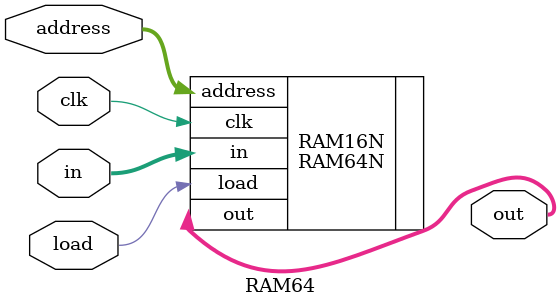
<source format=v>
module RAM64 (
  input wire clk, load,
  input wire [15:0] in,
  input wire [5:0] address,
  output wire [15:0] out
);

RAM64N #(.width(16)) RAM16N(
  .clk(clk),
  .load(load),
  .in(in),
  .address(address),
  .out(out)
);

endmodule

</source>
